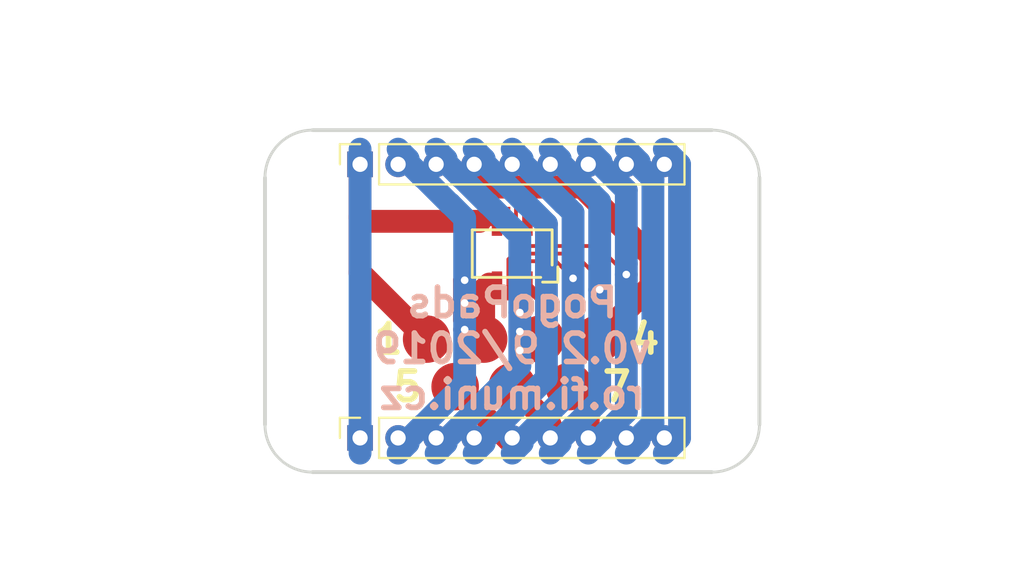
<source format=kicad_pcb>
(kicad_pcb (version 20171130) (host pcbnew 5.1.5+dfsg1-2build2)

  (general
    (thickness 1.6)
    (drawings 21)
    (tracks 156)
    (zones 0)
    (modules 6)
    (nets 11)
  )

  (page A4)
  (layers
    (0 F.Cu signal)
    (31 B.Cu signal)
    (32 B.Adhes user)
    (33 F.Adhes user)
    (34 B.Paste user)
    (35 F.Paste user)
    (36 B.SilkS user)
    (37 F.SilkS user)
    (38 B.Mask user)
    (39 F.Mask user)
    (40 Dwgs.User user)
    (41 Cmts.User user)
    (42 Eco1.User user)
    (43 Eco2.User user)
    (44 Edge.Cuts user)
    (45 Margin user)
    (46 B.CrtYd user)
    (47 F.CrtYd user)
    (48 B.Fab user)
    (49 F.Fab user)
  )

  (setup
    (last_trace_width 0.25)
    (user_trace_width 0.2)
    (user_trace_width 0.5)
    (user_trace_width 1)
    (user_trace_width 1.2)
    (trace_clearance 0.2)
    (zone_clearance 0.508)
    (zone_45_only no)
    (trace_min 0.2)
    (via_size 0.8)
    (via_drill 0.4)
    (via_min_size 0.4)
    (via_min_drill 0.3)
    (user_via 0.6 0.3)
    (user_via 0.8 0.5)
    (uvia_size 0.3)
    (uvia_drill 0.1)
    (uvias_allowed no)
    (uvia_min_size 0.2)
    (uvia_min_drill 0.1)
    (edge_width 0.15)
    (segment_width 0.2)
    (pcb_text_width 0.3)
    (pcb_text_size 1.5 1.5)
    (mod_edge_width 0.15)
    (mod_text_size 1 1)
    (mod_text_width 0.15)
    (pad_size 1.524 1.524)
    (pad_drill 0.762)
    (pad_to_mask_clearance 0.051)
    (solder_mask_min_width 0.25)
    (aux_axis_origin 0 0)
    (visible_elements FFFFFF7F)
    (pcbplotparams
      (layerselection 0x010fc_ffffffff)
      (usegerberextensions false)
      (usegerberattributes false)
      (usegerberadvancedattributes false)
      (creategerberjobfile false)
      (excludeedgelayer true)
      (linewidth 0.100000)
      (plotframeref false)
      (viasonmask false)
      (mode 1)
      (useauxorigin false)
      (hpglpennumber 1)
      (hpglpenspeed 20)
      (hpglpendiameter 15.000000)
      (psnegative false)
      (psa4output false)
      (plotreference true)
      (plotvalue true)
      (plotinvisibletext false)
      (padsonsilk false)
      (subtractmaskfromsilk false)
      (outputformat 1)
      (mirror false)
      (drillshape 1)
      (scaleselection 1)
      (outputdirectory ""))
  )

  (net 0 "")
  (net 1 1)
  (net 2 2)
  (net 3 3)
  (net 4 4)
  (net 5 5)
  (net 6 6)
  (net 7 7)
  (net 8 8)
  (net 9 9)
  (net 10 "Net-(J4-Pad6)")

  (net_class Default "This is the default net class."
    (clearance 0.2)
    (trace_width 0.25)
    (via_dia 0.8)
    (via_drill 0.4)
    (uvia_dia 0.3)
    (uvia_drill 0.1)
    (add_net 1)
    (add_net 2)
    (add_net 3)
    (add_net 4)
    (add_net 5)
    (add_net 6)
    (add_net 7)
    (add_net 8)
    (add_net 9)
    (add_net "Net-(J4-Pad6)")
  )

  (module rofi:molex-505004-0812 (layer F.Cu) (tedit 5D6FB713) (tstamp 5D6FC0A4)
    (at 118.5 65.5 180)
    (path /5D6FDCDA)
    (fp_text reference J4 (at 0 3.3) (layer F.SilkS) hide
      (effects (font (size 1 1) (thickness 0.15)))
    )
    (fp_text value Molex (at 0 -3.2) (layer F.Fab)
      (effects (font (size 1 1) (thickness 0.15)))
    )
    (fp_line (start 2.1 -1.25) (end -1.5 -1.25) (layer F.SilkS) (width 0.15))
    (fp_line (start 2.1 1.25) (end 2.1 -1.25) (layer F.SilkS) (width 0.15))
    (fp_line (start -2.1 1.25) (end 2.1 1.25) (layer F.SilkS) (width 0.15))
    (fp_line (start -2.1 -0.6) (end -2.1 1.25) (layer F.SilkS) (width 0.15))
    (fp_line (start -2.4 -1.5) (end -2.4 -0.7) (layer F.SilkS) (width 0.15))
    (fp_line (start -1.6 -1.5) (end -2.4 -1.5) (layer F.SilkS) (width 0.15))
    (fp_poly (pts (xy -1.2 -0.9) (xy 1.2 -0.9) (xy 1.2 0.9) (xy -1.2 0.9)) (layer Dwgs.User) (width 0.1))
    (fp_line (start -2.1 1.25) (end -2.1 -1.25) (layer F.Fab) (width 0.12))
    (fp_line (start 2.1 1.25) (end -2.1 1.25) (layer F.Fab) (width 0.12))
    (fp_line (start 2.1 -1.25) (end 2.1 1.25) (layer F.Fab) (width 0.12))
    (fp_line (start -2.1 -1.25) (end 2.1 -1.25) (layer F.Fab) (width 0.12))
    (pad 8 smd rect (at 0.8 1.7 180) (size 0.55 1.524) (layers F.Cu F.Paste F.Mask)
      (net 1 1))
    (pad 6 smd rect (at 0.2 1.7 180) (size 0.2 1.524) (layers F.Cu F.Paste F.Mask)
      (net 10 "Net-(J4-Pad6)"))
    (pad 4 smd rect (at -0.2 1.7 180) (size 0.2 1.524) (layers F.Cu F.Paste F.Mask)
      (net 7 7))
    (pad 2 smd rect (at -0.8 1.7 180) (size 0.55 1.524) (layers F.Cu F.Paste F.Mask)
      (net 4 4))
    (pad 5 smd rect (at 0.2 -1.7 180) (size 0.2 1.524) (layers F.Cu F.Paste F.Mask)
      (net 6 6))
    (pad 7 smd rect (at 0.8 -1.7 180) (size 0.55 1.524) (layers F.Cu F.Paste F.Mask)
      (net 2 2))
    (pad 1 smd rect (at -0.8 -1.7 180) (size 0.55 1.524) (layers F.Cu F.Paste F.Mask)
      (net 3 3))
    (pad 3 smd rect (at -0.2 -1.7 180) (size 0.2 1.524) (layers F.Cu F.Paste F.Mask)
      (net 5 5))
  )

  (module Connector_PinSocket_2.00mm:PinSocket_1x09_P2.00mm_Vertical (layer F.Cu) (tedit 5C8A47CA) (tstamp 5C9AEE22)
    (at 110.5 60.8 90)
    (descr "Through hole straight socket strip, 1x09, 2.00mm pitch, single row (from Kicad 4.0.7), script generated")
    (tags "Through hole socket strip THT 1x09 2.00mm single row")
    (path /5C8A47A6)
    (fp_text reference J2 (at 0 -2.5 90) (layer F.SilkS) hide
      (effects (font (size 1 1) (thickness 0.15)))
    )
    (fp_text value OUT (at 0 18.5 90) (layer F.Fab)
      (effects (font (size 1 1) (thickness 0.15)))
    )
    (fp_text user %R (at 0 8 180) (layer F.Fab)
      (effects (font (size 1 1) (thickness 0.15)))
    )
    (fp_line (start -1.5 17.5) (end -1.5 -1.5) (layer F.CrtYd) (width 0.05))
    (fp_line (start 1.5 17.5) (end -1.5 17.5) (layer F.CrtYd) (width 0.05))
    (fp_line (start 1.5 -1.5) (end 1.5 17.5) (layer F.CrtYd) (width 0.05))
    (fp_line (start -1.5 -1.5) (end 1.5 -1.5) (layer F.CrtYd) (width 0.05))
    (fp_line (start 0 -1.06) (end 1.06 -1.06) (layer F.SilkS) (width 0.12))
    (fp_line (start 1.06 -1.06) (end 1.06 0) (layer F.SilkS) (width 0.12))
    (fp_line (start 1.06 1) (end 1.06 17.06) (layer F.SilkS) (width 0.12))
    (fp_line (start -1.06 17.06) (end 1.06 17.06) (layer F.SilkS) (width 0.12))
    (fp_line (start -1.06 1) (end -1.06 17.06) (layer F.SilkS) (width 0.12))
    (fp_line (start -1.06 1) (end 1.06 1) (layer F.SilkS) (width 0.12))
    (fp_line (start -1 17) (end -1 -1) (layer F.Fab) (width 0.1))
    (fp_line (start 1 17) (end -1 17) (layer F.Fab) (width 0.1))
    (fp_line (start 1 -0.5) (end 1 17) (layer F.Fab) (width 0.1))
    (fp_line (start 0.5 -1) (end 1 -0.5) (layer F.Fab) (width 0.1))
    (fp_line (start -1 -1) (end 0.5 -1) (layer F.Fab) (width 0.1))
    (pad 9 thru_hole oval (at 0 16 90) (size 1.35 1.35) (drill 0.8) (layers *.Cu *.Mask)
      (net 9 9))
    (pad 8 thru_hole oval (at 0 14 90) (size 1.35 1.35) (drill 0.8) (layers *.Cu *.Mask)
      (net 8 8))
    (pad 7 thru_hole oval (at 0 12 90) (size 1.35 1.35) (drill 0.8) (layers *.Cu *.Mask)
      (net 7 7))
    (pad 6 thru_hole oval (at 0 10 90) (size 1.35 1.35) (drill 0.8) (layers *.Cu *.Mask)
      (net 6 6))
    (pad 5 thru_hole oval (at 0 8 90) (size 1.35 1.35) (drill 0.8) (layers *.Cu *.Mask)
      (net 5 5))
    (pad 4 thru_hole oval (at 0 6 90) (size 1.35 1.35) (drill 0.8) (layers *.Cu *.Mask)
      (net 4 4))
    (pad 3 thru_hole oval (at 0 4 90) (size 1.35 1.35) (drill 0.8) (layers *.Cu *.Mask)
      (net 3 3))
    (pad 2 thru_hole oval (at 0 2 90) (size 1.35 1.35) (drill 0.8) (layers *.Cu *.Mask)
      (net 2 2))
    (pad 1 thru_hole rect (at 0 0 90) (size 1.35 1.35) (drill 0.8) (layers *.Cu *.Mask)
      (net 1 1))
    (model ${KISYS3DMOD}/Connector_PinSocket_2.00mm.3dshapes/PinSocket_1x09_P2.00mm_Vertical.wrl
      (at (xyz 0 0 0))
      (scale (xyz 1 1 1))
      (rotate (xyz 0 0 0))
    )
  )

  (module Connector_PinSocket_2.00mm:PinSocket_1x09_P2.00mm_Vertical (layer F.Cu) (tedit 5C8A47CE) (tstamp 5C9AEE06)
    (at 110.5 75.2 90)
    (descr "Through hole straight socket strip, 1x09, 2.00mm pitch, single row (from Kicad 4.0.7), script generated")
    (tags "Through hole socket strip THT 1x09 2.00mm single row")
    (path /5C8A482C)
    (fp_text reference J1 (at 0 -2.5 90) (layer F.SilkS) hide
      (effects (font (size 1 1) (thickness 0.15)))
    )
    (fp_text value IN (at 0 18.5 90) (layer F.Fab)
      (effects (font (size 1 1) (thickness 0.15)))
    )
    (fp_line (start -1 -1) (end 0.5 -1) (layer F.Fab) (width 0.1))
    (fp_line (start 0.5 -1) (end 1 -0.5) (layer F.Fab) (width 0.1))
    (fp_line (start 1 -0.5) (end 1 17) (layer F.Fab) (width 0.1))
    (fp_line (start 1 17) (end -1 17) (layer F.Fab) (width 0.1))
    (fp_line (start -1 17) (end -1 -1) (layer F.Fab) (width 0.1))
    (fp_line (start -1.06 1) (end 1.06 1) (layer F.SilkS) (width 0.12))
    (fp_line (start -1.06 1) (end -1.06 17.06) (layer F.SilkS) (width 0.12))
    (fp_line (start -1.06 17.06) (end 1.06 17.06) (layer F.SilkS) (width 0.12))
    (fp_line (start 1.06 1) (end 1.06 17.06) (layer F.SilkS) (width 0.12))
    (fp_line (start 1.06 -1.06) (end 1.06 0) (layer F.SilkS) (width 0.12))
    (fp_line (start 0 -1.06) (end 1.06 -1.06) (layer F.SilkS) (width 0.12))
    (fp_line (start -1.5 -1.5) (end 1.5 -1.5) (layer F.CrtYd) (width 0.05))
    (fp_line (start 1.5 -1.5) (end 1.5 17.5) (layer F.CrtYd) (width 0.05))
    (fp_line (start 1.5 17.5) (end -1.5 17.5) (layer F.CrtYd) (width 0.05))
    (fp_line (start -1.5 17.5) (end -1.5 -1.5) (layer F.CrtYd) (width 0.05))
    (fp_text user %R (at 0 8 180) (layer F.Fab)
      (effects (font (size 1 1) (thickness 0.15)))
    )
    (pad 1 thru_hole rect (at 0 0 90) (size 1.35 1.35) (drill 0.8) (layers *.Cu *.Mask)
      (net 1 1))
    (pad 2 thru_hole oval (at 0 2 90) (size 1.35 1.35) (drill 0.8) (layers *.Cu *.Mask)
      (net 2 2))
    (pad 3 thru_hole oval (at 0 4 90) (size 1.35 1.35) (drill 0.8) (layers *.Cu *.Mask)
      (net 3 3))
    (pad 4 thru_hole oval (at 0 6 90) (size 1.35 1.35) (drill 0.8) (layers *.Cu *.Mask)
      (net 4 4))
    (pad 5 thru_hole oval (at 0 8 90) (size 1.35 1.35) (drill 0.8) (layers *.Cu *.Mask)
      (net 5 5))
    (pad 6 thru_hole oval (at 0 10 90) (size 1.35 1.35) (drill 0.8) (layers *.Cu *.Mask)
      (net 6 6))
    (pad 7 thru_hole oval (at 0 12 90) (size 1.35 1.35) (drill 0.8) (layers *.Cu *.Mask)
      (net 7 7))
    (pad 8 thru_hole oval (at 0 14 90) (size 1.35 1.35) (drill 0.8) (layers *.Cu *.Mask)
      (net 8 8))
    (pad 9 thru_hole oval (at 0 16 90) (size 1.35 1.35) (drill 0.8) (layers *.Cu *.Mask)
      (net 9 9))
    (model ${KISYS3DMOD}/Connector_PinSocket_2.00mm.3dshapes/PinSocket_1x09_P2.00mm_Vertical.wrl
      (at (xyz 0 0 0))
      (scale (xyz 1 1 1))
      (rotate (xyz 0 0 0))
    )
  )

  (module MountingHole:MountingHole_2mm (layer F.Cu) (tedit 5C8A4532) (tstamp 5C9A4BBE)
    (at 107.8 67.9)
    (descr "Mounting Hole 2mm, no annular")
    (tags "mounting hole 2mm no annular")
    (path /5C8A456A)
    (attr virtual)
    (fp_text reference H2 (at 0 -3.2) (layer F.SilkS) hide
      (effects (font (size 1 1) (thickness 0.15)))
    )
    (fp_text value MountingHole (at 0 3.1) (layer F.Fab)
      (effects (font (size 1 1) (thickness 0.15)))
    )
    (fp_circle (center 0 0) (end 2.25 0) (layer F.CrtYd) (width 0.05))
    (fp_circle (center 0 0) (end 2 0) (layer Cmts.User) (width 0.15))
    (fp_text user %R (at 0.3 0) (layer F.Fab)
      (effects (font (size 1 1) (thickness 0.15)))
    )
    (pad "" np_thru_hole circle (at 0 0) (size 2 2) (drill 2) (layers *.Cu *.Mask))
  )

  (module MountingHole:MountingHole_2mm (layer F.Cu) (tedit 5C8A4536) (tstamp 5C9A4BB6)
    (at 129.2 68)
    (descr "Mounting Hole 2mm, no annular")
    (tags "mounting hole 2mm no annular")
    (path /5C8A451E)
    (attr virtual)
    (fp_text reference H1 (at 0 -3.2) (layer F.SilkS) hide
      (effects (font (size 1 1) (thickness 0.15)))
    )
    (fp_text value MountingHole (at 0 3.1) (layer F.Fab)
      (effects (font (size 1 1) (thickness 0.15)))
    )
    (fp_text user %R (at 0.3 0) (layer F.Fab)
      (effects (font (size 1 1) (thickness 0.15)))
    )
    (fp_circle (center 0 0) (end 2 0) (layer Cmts.User) (width 0.15))
    (fp_circle (center 0 0) (end 2.25 0) (layer F.CrtYd) (width 0.05))
    (pad "" np_thru_hole circle (at 0 0) (size 2 2) (drill 2) (layers *.Cu *.Mask))
  )

  (module rofi:pogo_pads_4_3 (layer F.Cu) (tedit 5C8A424D) (tstamp 5C999B9D)
    (at 118.5 70)
    (path /5C8A40F9)
    (fp_text reference J3 (at 0 4.5) (layer F.SilkS) hide
      (effects (font (size 1 1) (thickness 0.15)))
    )
    (fp_text value POGO (at 0 -2.25) (layer F.Fab)
      (effects (font (size 1 1) (thickness 0.15)))
    )
    (pad 1 smd circle (at -4.5 0) (size 2.5 2.5) (layers F.Cu F.Paste F.Mask)
      (net 1 1))
    (pad 2 smd circle (at -1.5 0) (size 2.5 2.5) (layers F.Cu F.Paste F.Mask)
      (net 2 2))
    (pad 3 smd circle (at 1.5 0) (size 2.5 2.5) (layers F.Cu F.Paste F.Mask)
      (net 3 3))
    (pad 4 smd circle (at 4.5 0) (size 2.5 2.5) (layers F.Cu F.Paste F.Mask)
      (net 4 4))
    (pad 5 smd circle (at -3 2.5) (size 2.5 2.5) (layers F.Cu F.Paste F.Mask)
      (net 5 5))
    (pad 6 smd circle (at 0 2.5) (size 2.5 2.5) (layers F.Cu F.Paste F.Mask)
      (net 6 6))
    (pad 7 smd circle (at 3 2.5) (size 2.5 2.5) (layers F.Cu F.Paste F.Mask)
      (net 7 7))
  )

  (gr_text TabPosition (at 141 71) (layer Eco1.User) (tstamp 5EB19712)
    (effects (font (size 1 1) (thickness 0.15)))
  )
  (gr_text TabPosition (at 96 64) (layer Eco1.User) (tstamp 5EB1970B)
    (effects (font (size 1 1) (thickness 0.15)))
  )
  (gr_line (start 103 64) (end 107 64) (layer Eco1.User) (width 0.15) (tstamp 5EB196FD))
  (gr_line (start 134 71) (end 130 71) (layer Eco1.User) (width 0.15))
  (gr_text TabPosition (at 125 82) (layer Eco2.User) (tstamp 5EB196DD)
    (effects (font (size 1 1) (thickness 0.15)))
  )
  (gr_text TabPosition (at 112 53) (layer Eco2.User)
    (effects (font (size 1 1) (thickness 0.15)))
  )
  (gr_line (start 125 79) (end 125 76) (layer Eco2.User) (width 0.15) (tstamp 5EB196BA))
  (gr_line (start 112 57) (end 112 60) (layer Eco2.User) (width 0.15))
  (gr_text "PogoPads\nv0.2 9/2019\nro.fi.muni.cz" (at 118.5 70.5) (layer B.SilkS)
    (effects (font (size 1.5 1.5) (thickness 0.3)) (justify mirror))
  )
  (gr_text 7 (at 124 72.5) (layer F.SilkS)
    (effects (font (size 1.5 1.5) (thickness 0.3)))
  )
  (gr_text 5 (at 113 72.5) (layer F.SilkS)
    (effects (font (size 1.5 1.5) (thickness 0.3)))
  )
  (gr_text 4 (at 125.5 70) (layer F.SilkS)
    (effects (font (size 1.5 1.5) (thickness 0.3)))
  )
  (gr_text 1 (at 112 70) (layer F.SilkS)
    (effects (font (size 1.5 1.5) (thickness 0.3)))
  )
  (gr_line (start 108 59) (end 129 59) (layer Edge.Cuts) (width 0.2) (tstamp 5C9B08FC))
  (gr_arc (start 129 74.5) (end 129 77) (angle -90) (layer Edge.Cuts) (width 0.15))
  (gr_arc (start 108 74.5) (end 105.5 74.5) (angle -90) (layer Edge.Cuts) (width 0.15))
  (gr_arc (start 108 61.5) (end 108 59) (angle -90) (layer Edge.Cuts) (width 0.15))
  (gr_arc (start 129 61.5) (end 131.5 61.5) (angle -90) (layer Edge.Cuts) (width 0.15))
  (gr_line (start 131.5 74.5) (end 131.5 61.5) (layer Edge.Cuts) (width 0.2))
  (gr_line (start 108 77) (end 129 77) (layer Edge.Cuts) (width 0.2))
  (gr_line (start 105.5 61.5) (end 105.5 74.5) (layer Edge.Cuts) (width 0.2))

  (segment (start 110.5 60) (end 110.5 76) (width 1.2) (layer B.Cu) (net 1))
  (segment (start 110.5 66.5) (end 114 70) (width 1.2) (layer F.Cu) (net 1))
  (segment (start 110.5 63.575) (end 110.5 66.5) (width 1.2) (layer F.Cu) (net 1))
  (segment (start 116.8 63.8) (end 110.725 63.8) (width 1.2) (layer F.Cu) (net 1))
  (segment (start 116.8 63.8) (end 117.7 63.8) (width 0.5) (layer F.Cu) (net 1))
  (segment (start 110.725 63.8) (end 110.5 63.575) (width 1.2) (layer F.Cu) (net 1))
  (segment (start 110.5 63.575) (end 110.5 60.8) (width 1.2) (layer F.Cu) (net 1))
  (segment (start 117 69.454594) (end 117 70) (width 1.5) (layer F.Cu) (net 2))
  (segment (start 117 69.743998) (end 117 70) (width 1.5) (layer F.Cu) (net 2))
  (segment (start 117 67.9) (end 117.7 67.2) (width 0.5) (layer F.Cu) (net 2))
  (via (at 116.000002 68.1) (size 0.8) (drill 0.4) (layers F.Cu B.Cu) (net 2))
  (via (at 116 66.9) (size 0.8) (drill 0.4) (layers F.Cu B.Cu) (net 2))
  (segment (start 116.000002 68.1) (end 116.000002 66.900002) (width 1.2) (layer F.Cu) (net 2))
  (segment (start 116.000002 66.900002) (end 116 66.9) (width 1.2) (layer F.Cu) (net 2))
  (segment (start 116.000002 68.1) (end 116.000002 69.000002) (width 1.2) (layer F.Cu) (net 2))
  (segment (start 115.232184 62.875011) (end 116 63.642827) (width 1.2) (layer B.Cu) (net 2))
  (segment (start 116 63.642827) (end 116 69.5) (width 1.2) (layer B.Cu) (net 2))
  (segment (start 115.212096 62.875011) (end 115.232184 62.875011) (width 1.2) (layer B.Cu) (net 2))
  (segment (start 113.791999 74.524999) (end 113.024999 75.291999) (width 1.2) (layer B.Cu) (net 2))
  (segment (start 113.791999 61.475001) (end 113.812086 61.475001) (width 1.2) (layer B.Cu) (net 2))
  (segment (start 116.5 70) (end 116 69.5) (width 1.2) (layer F.Cu) (net 2))
  (segment (start 113.024999 60.708001) (end 113.791999 61.475001) (width 1.2) (layer B.Cu) (net 2))
  (segment (start 117 70) (end 116.5 70) (width 1.2) (layer F.Cu) (net 2))
  (segment (start 113.812086 61.475001) (end 115.212096 62.875011) (width 1.2) (layer B.Cu) (net 2))
  (segment (start 112.5 60) (end 113.024999 60.524999) (width 1.2) (layer B.Cu) (net 2))
  (segment (start 113.024999 75.475001) (end 112.5 76) (width 1.2) (layer B.Cu) (net 2))
  (segment (start 113.812087 74.524999) (end 113.791999 74.524999) (width 1.2) (layer B.Cu) (net 2))
  (segment (start 116.000002 69.000002) (end 117 70) (width 1.2) (layer F.Cu) (net 2))
  (via (at 116 69.5) (size 0.8) (drill 0.4) (layers F.Cu B.Cu) (net 2))
  (segment (start 113.024999 60.524999) (end 113.024999 60.708001) (width 1.2) (layer B.Cu) (net 2))
  (segment (start 113.024999 75.291999) (end 113.024999 75.475001) (width 1.2) (layer B.Cu) (net 2))
  (segment (start 116 72.337086) (end 113.812087 74.524999) (width 1.2) (layer B.Cu) (net 2))
  (segment (start 116 69.5) (end 116 72.337086) (width 1.2) (layer B.Cu) (net 2))
  (segment (start 116.000002 69.000002) (end 116.000002 66.900002) (width 1.2) (layer F.Cu) (net 2))
  (segment (start 117.3 67.1) (end 117 67.4) (width 1.2) (layer F.Cu) (net 2))
  (segment (start 117 67.4) (end 117 70) (width 1.2) (layer F.Cu) (net 2))
  (segment (start 120 70) (end 120 69.743998) (width 1.5) (layer F.Cu) (net 3))
  (segment (start 120 67.9) (end 119.3 67.2) (width 0.5) (layer F.Cu) (net 3))
  (segment (start 120 70) (end 120 67.9) (width 0.5) (layer F.Cu) (net 3))
  (segment (start 115.024999 60.708001) (end 115.024999 60.524999) (width 1.2) (layer B.Cu) (net 3))
  (segment (start 115.024999 75.475001) (end 115.024999 75.291999) (width 1.2) (layer B.Cu) (net 3))
  (segment (start 115.791999 61.475001) (end 115.024999 60.708001) (width 1.2) (layer B.Cu) (net 3))
  (segment (start 118.89994 64.522679) (end 118.652282 64.275021) (width 1.2) (layer B.Cu) (net 3))
  (segment (start 117.232184 62.875011) (end 117.212096 62.875011) (width 1.2) (layer B.Cu) (net 3))
  (segment (start 114.5 76) (end 115.024999 75.475001) (width 1.2) (layer B.Cu) (net 3))
  (segment (start 115.024999 75.291999) (end 118.89994 71.417058) (width 1.2) (layer B.Cu) (net 3))
  (segment (start 115.024999 60.524999) (end 114.5 60) (width 1.2) (layer B.Cu) (net 3))
  (segment (start 118.652282 64.275021) (end 118.632193 64.275021) (width 1.2) (layer B.Cu) (net 3))
  (segment (start 118.632193 64.275021) (end 117.232184 62.875011) (width 1.2) (layer B.Cu) (net 3))
  (segment (start 117.212096 62.875011) (end 115.812086 61.475001) (width 1.2) (layer B.Cu) (net 3))
  (segment (start 115.812086 61.475001) (end 115.791999 61.475001) (width 1.2) (layer B.Cu) (net 3))
  (via (at 118.89994 68.59994) (size 0.8) (drill 0.4) (layers F.Cu B.Cu) (net 3))
  (segment (start 120 69.7) (end 118.89994 68.59994) (width 0.5) (layer F.Cu) (net 3))
  (segment (start 120 70) (end 120 69.7) (width 0.5) (layer F.Cu) (net 3))
  (segment (start 118.89994 68.59994) (end 118.89994 64.522679) (width 1.2) (layer B.Cu) (net 3))
  (via (at 118.89994 69.59994) (size 0.8) (drill 0.4) (layers F.Cu B.Cu) (net 3))
  (segment (start 119.3 70) (end 118.89994 69.59994) (width 0.5) (layer F.Cu) (net 3))
  (segment (start 120 70) (end 119.3 70) (width 0.5) (layer F.Cu) (net 3))
  (segment (start 118.89994 71.417058) (end 118.89994 69.59994) (width 1.2) (layer B.Cu) (net 3))
  (segment (start 118.89994 69.59994) (end 118.89994 68.59994) (width 1.2) (layer B.Cu) (net 3))
  (segment (start 120 70) (end 119.5 70) (width 0.5) (layer F.Cu) (net 3))
  (segment (start 119.5 70) (end 118.9 70.6) (width 0.5) (layer F.Cu) (net 3))
  (via (at 118.9 70.6) (size 0.8) (drill 0.4) (layers F.Cu B.Cu) (net 3))
  (segment (start 116.5 60.954594) (end 117.545406 62) (width 1.2) (layer F.Cu) (net 4))
  (segment (start 117.545406 62) (end 119.3 62) (width 1.2) (layer F.Cu) (net 4))
  (segment (start 119.3 63.8) (end 119.3 62) (width 0.5) (layer F.Cu) (net 4))
  (segment (start 117.791999 74.524999) (end 117.024999 75.291999) (width 1.2) (layer B.Cu) (net 4))
  (segment (start 119.212096 73.124989) (end 117.812086 74.524999) (width 1.2) (layer B.Cu) (net 4))
  (segment (start 120.29995 63.942777) (end 120.29995 72.057222) (width 1.2) (layer B.Cu) (net 4))
  (segment (start 119.232184 62.875011) (end 120.29995 63.942777) (width 1.2) (layer B.Cu) (net 4))
  (segment (start 119.212096 62.875011) (end 119.232184 62.875011) (width 1.2) (layer B.Cu) (net 4))
  (segment (start 117.024999 75.291999) (end 117.024999 75.475001) (width 1.2) (layer B.Cu) (net 4))
  (segment (start 117.812086 61.475001) (end 119.212096 62.875011) (width 1.2) (layer B.Cu) (net 4))
  (segment (start 117.791999 61.475001) (end 117.812086 61.475001) (width 1.2) (layer B.Cu) (net 4))
  (segment (start 117.024999 60.524999) (end 117.024999 60.708001) (width 1.2) (layer B.Cu) (net 4))
  (segment (start 116.5 60) (end 117.024999 60.524999) (width 1.2) (layer B.Cu) (net 4))
  (segment (start 117.812086 74.524999) (end 117.791999 74.524999) (width 1.2) (layer B.Cu) (net 4))
  (segment (start 117.024999 60.708001) (end 117.791999 61.475001) (width 1.2) (layer B.Cu) (net 4))
  (segment (start 119.232183 73.124989) (end 119.212096 73.124989) (width 1.2) (layer B.Cu) (net 4))
  (segment (start 120.29995 72.057222) (end 119.232183 73.124989) (width 1.2) (layer B.Cu) (net 4))
  (segment (start 117.024999 75.475001) (end 116.5 76) (width 1.2) (layer B.Cu) (net 4))
  (segment (start 119.3 62) (end 122.176002 62) (width 1.2) (layer F.Cu) (net 4))
  (segment (start 125.800001 67.199999) (end 124.249999 68.750001) (width 1.2) (layer F.Cu) (net 4))
  (segment (start 122.176002 62) (end 125.800001 65.623999) (width 1.2) (layer F.Cu) (net 4))
  (segment (start 125.800001 65.623999) (end 125.800001 67.199999) (width 1.2) (layer F.Cu) (net 4))
  (segment (start 124.249999 68.750001) (end 123 70) (width 1.2) (layer F.Cu) (net 4))
  (segment (start 115.5 72.5) (end 118.5 75.5) (width 1.2) (layer F.Cu) (net 5))
  (via (at 121.7 66.8) (size 0.8) (drill 0.4) (layers F.Cu B.Cu) (net 5))
  (segment (start 120.8 65.9) (end 121.7 66.8) (width 0.2) (layer F.Cu) (net 5))
  (segment (start 119.022998 65.9) (end 120.8 65.9) (width 0.2) (layer F.Cu) (net 5))
  (segment (start 118.7 67.2) (end 118.7 66.222998) (width 0.2) (layer F.Cu) (net 5))
  (segment (start 118.7 66.222998) (end 119.022998 65.9) (width 0.2) (layer F.Cu) (net 5))
  (segment (start 119.791999 61.475001) (end 119.812086 61.475001) (width 1.2) (layer B.Cu) (net 5))
  (segment (start 121.212096 73.124989) (end 119.812086 74.524999) (width 1.2) (layer B.Cu) (net 5))
  (segment (start 121.232184 73.124989) (end 121.212096 73.124989) (width 1.2) (layer B.Cu) (net 5))
  (segment (start 121.69996 72.657213) (end 121.232184 73.124989) (width 1.2) (layer B.Cu) (net 5))
  (segment (start 119.812086 74.524999) (end 119.791999 74.524999) (width 1.2) (layer B.Cu) (net 5))
  (segment (start 121.69996 63.342787) (end 121.69996 72.657213) (width 1.2) (layer B.Cu) (net 5))
  (segment (start 121.212096 62.875011) (end 121.232184 62.875011) (width 1.2) (layer B.Cu) (net 5))
  (segment (start 118.5 60) (end 119.024999 60.524999) (width 1.2) (layer B.Cu) (net 5))
  (segment (start 119.024999 75.475001) (end 118.5 76) (width 1.2) (layer B.Cu) (net 5))
  (segment (start 119.024999 60.524999) (end 119.024999 60.708001) (width 1.2) (layer B.Cu) (net 5))
  (segment (start 119.024999 60.708001) (end 119.791999 61.475001) (width 1.2) (layer B.Cu) (net 5))
  (segment (start 121.232184 62.875011) (end 121.69996 63.342787) (width 1.2) (layer B.Cu) (net 5))
  (segment (start 119.024999 75.291999) (end 119.024999 75.475001) (width 1.2) (layer B.Cu) (net 5))
  (segment (start 119.791999 74.524999) (end 119.024999 75.291999) (width 1.2) (layer B.Cu) (net 5))
  (segment (start 119.812086 61.475001) (end 121.212096 62.875011) (width 1.2) (layer B.Cu) (net 5))
  (segment (start 118.5 72.5) (end 118.5 72.756002) (width 1.5) (layer F.Cu) (net 6))
  (segment (start 118.5 72.5) (end 120.5 74.5) (width 1.2) (layer F.Cu) (net 6))
  (segment (start 121.024999 75.291999) (end 121.024999 75.475001) (width 1.2) (layer B.Cu) (net 6))
  (segment (start 118.3 67.2) (end 118.3 65.8) (width 0.2) (layer F.Cu) (net 6))
  (segment (start 118.6 65.5) (end 121.765685 65.5) (width 0.2) (layer F.Cu) (net 6))
  (segment (start 121.024999 60.524999) (end 121.024999 60.708001) (width 1.2) (layer B.Cu) (net 6))
  (segment (start 121.812086 74.524999) (end 121.791999 74.524999) (width 1.2) (layer B.Cu) (net 6))
  (segment (start 123.09997 62.762885) (end 123.09997 67.39997) (width 1.2) (layer B.Cu) (net 6))
  (segment (start 121.024999 60.708001) (end 121.791999 61.475001) (width 1.2) (layer B.Cu) (net 6))
  (segment (start 121.812086 61.475001) (end 123.09997 62.762885) (width 1.2) (layer B.Cu) (net 6))
  (segment (start 123.09997 66.834285) (end 123.09997 67.39997) (width 0.2) (layer F.Cu) (net 6))
  (segment (start 121.024999 75.475001) (end 120.5 76) (width 1.2) (layer B.Cu) (net 6))
  (segment (start 121.791999 61.475001) (end 121.812086 61.475001) (width 1.2) (layer B.Cu) (net 6))
  (segment (start 120.5 60) (end 121.024999 60.524999) (width 1.2) (layer B.Cu) (net 6))
  (segment (start 121.765685 65.5) (end 123.09997 66.834285) (width 0.2) (layer F.Cu) (net 6))
  (segment (start 121.791999 74.524999) (end 121.024999 75.291999) (width 1.2) (layer B.Cu) (net 6))
  (segment (start 123.09997 67.39997) (end 123.09997 73.237115) (width 1.2) (layer B.Cu) (net 6))
  (segment (start 118.3 65.8) (end 118.6 65.5) (width 0.2) (layer F.Cu) (net 6))
  (via (at 123.09997 67.39997) (size 0.8) (drill 0.4) (layers F.Cu B.Cu) (net 6))
  (segment (start 123.09997 73.237115) (end 121.812086 74.524999) (width 1.2) (layer B.Cu) (net 6))
  (segment (start 124.49998 67.165631) (end 124.49998 66.599946) (width 1.2) (layer B.Cu) (net 7))
  (segment (start 123.174999 60.837913) (end 124.49998 62.162894) (width 1.2) (layer B.Cu) (net 7))
  (via (at 124.49998 66.599946) (size 0.8) (drill 0.4) (layers F.Cu B.Cu) (net 7))
  (segment (start 123.174999 75.325001) (end 123.174999 75.162086) (width 1.2) (layer B.Cu) (net 7))
  (segment (start 122.5 60) (end 123.174999 60.674999) (width 1.2) (layer B.Cu) (net 7))
  (segment (start 123.174999 75.162086) (end 124.49998 73.837105) (width 1.2) (layer B.Cu) (net 7))
  (segment (start 123.000034 65.1) (end 124.099981 66.199947) (width 0.2) (layer F.Cu) (net 7))
  (segment (start 122.5 76) (end 123.174999 75.325001) (width 1.2) (layer B.Cu) (net 7))
  (segment (start 124.099981 66.199947) (end 124.49998 66.599946) (width 0.2) (layer F.Cu) (net 7))
  (segment (start 118.7 64.762) (end 119.038 65.1) (width 0.2) (layer F.Cu) (net 7))
  (segment (start 119.038 65.1) (end 123.000034 65.1) (width 0.2) (layer F.Cu) (net 7))
  (segment (start 124.49998 73.837105) (end 124.49998 67.165631) (width 1.2) (layer B.Cu) (net 7))
  (segment (start 123.174999 60.674999) (end 123.174999 60.837913) (width 1.2) (layer B.Cu) (net 7))
  (segment (start 124.49998 66.034261) (end 124.49998 66.599946) (width 1.2) (layer B.Cu) (net 7))
  (segment (start 118.7 63.8) (end 118.7 64.762) (width 0.2) (layer F.Cu) (net 7))
  (segment (start 124.49998 62.162894) (end 124.49998 66.034261) (width 1.2) (layer B.Cu) (net 7))
  (segment (start 122.5 73.5) (end 122.5 75.2) (width 1.2) (layer F.Cu) (net 7))
  (segment (start 121.5 72.5) (end 122.5 73.5) (width 1.2) (layer F.Cu) (net 7))
  (segment (start 125.174999 75.325001) (end 124.5 76) (width 1.2) (layer B.Cu) (net 8))
  (segment (start 125.174999 60.674999) (end 125.174999 60.857999) (width 1.2) (layer B.Cu) (net 8))
  (segment (start 125.174999 75.142) (end 125.174999 75.325001) (width 1.2) (layer B.Cu) (net 8))
  (segment (start 124.5 60) (end 125.174999 60.674999) (width 1.2) (layer B.Cu) (net 8))
  (segment (start 125.90001 61.58301) (end 125.90001 74.416989) (width 1.2) (layer B.Cu) (net 8))
  (segment (start 125.90001 74.416989) (end 125.174999 75.142) (width 1.2) (layer B.Cu) (net 8))
  (segment (start 125.174999 60.857999) (end 125.90001 61.58301) (width 1.2) (layer B.Cu) (net 8))
  (segment (start 127.30002 60.80002) (end 127.30002 75.19998) (width 1.2) (layer B.Cu) (net 9))
  (segment (start 126.5 60) (end 127.30002 60.80002) (width 1.2) (layer B.Cu) (net 9))
  (segment (start 127.30002 75.19998) (end 127.174999 75.325001) (width 1.2) (layer B.Cu) (net 9))
  (segment (start 127.174999 75.325001) (end 126.5 76) (width 1.2) (layer B.Cu) (net 9))

)

</source>
